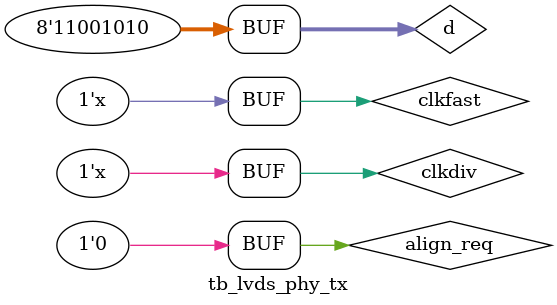
<source format=v>
`timescale 1ns / 1ps


module tb_lvds_phy_tx(

    );

parameter C_DEVICE    = "KUP" ;
parameter C_DATA_RATE = "SDR" ;
parameter C_LANE_NUM  = 2 ;
parameter C_DATA_WIDTH_PER_LANE = 4 ;


reg [7:0] d;
reg clkfast;
reg clkdiv;
reg align_req;

wire [C_LANE_NUM-1:0] LVDS_DATA_P;
wire [C_LANE_NUM-1:0] LVDS_DATA_N;

wire [C_LANE_NUM-1:0] BIT_ALIGN_O  ;
wire [C_LANE_NUM-1:0] BYTE_ALIGN_O ;



lvds_phy_tx  
    #(.C_DEVICE              (C_DEVICE     ),//"KU" "KUP" "A7" "K7"
      .C_DATA_RATE           (C_DATA_RATE          ),//"SDR" "DDR"
      .C_LANE_NUM            (C_LANE_NUM           ),
      .C_DATA_WIDTH_PER_LANE (C_DATA_WIDTH_PER_LANE)  )// 【单线位宽】 注意，要根据上表配置，不一定和用户认为的位宽一致  --   用户位宽
    lvds_phy_tx_u(
    .D           (8'b10011010      ),
    .CLKFAST_I   (clkfast ),
    .CLKDIV_I    (clkdiv  ), 
    .LVDS_DATA_P (LVDS_DATA_P  ),
    .LVDS_DATA_N (LVDS_DATA_N  ),
    .LVDS_CLK_P  (LVDS_CLK_P   ),
    .LVDS_CLK_N  (LVDS_CLK_N   )
    
    );   
wire [3:0] LVDS_DATA_O;

lvds_phy_rx  
    #(.C_DEVICE              (C_DEVICE ),//"KU" "KUP" "A7" "K7"
      .C_DATA_RATE           (C_DATA_RATE          ),//"SDR" "DDR"
      .C_LANE_NUM            (C_LANE_NUM           ),
      .C_DATA_WIDTH_PER_LANE (C_DATA_WIDTH_PER_LANE)  )// 【单线位宽】 注意，要根据上表配置，不一定和用户认为的位宽一致  --   用户位宽
    lvds_phy_rx_u(
    .LVDS_DATA_P   (LVDS_DATA_P  ),
    .LVDS_DATA_N   (LVDS_DATA_N  ),
    .CLKFAST_I     (clkfast),
    .CLKDIV_I      (clkdiv),//div 4
    .CLKDIV_RST_I  (0),//~CLKDIV_I
    .COMP_VAL_I    (8'b01010101),
    .LVDS_DATA_O   (LVDS_DATA_O   ),//~CLKDIV_I
    .BIT_ALIGN_O   (BIT_ALIGN_O   ),//~CLKDIV_I
    .BYTE_ALIGN_O  (BYTE_ALIGN_O  ),  //~CLKDIV_I
    .INIT_REQ_I    (align_req)

);
    




always #2.5 clkfast = ~clkfast;
always #10  clkdiv  = ~clkdiv ;

initial begin
    d = 8'b11001010;
    align_req = 0 ;
    clkfast = 1;
    clkdiv  = 1;
    
    #500;
    d = 8'b11001010;
    
    #500;
    d = 8'b11001010;
    
    #500;
    align_req= 1;
    #20;
    align_req = 0;
    
    
    #1000;
    d = 8'b11001010;


end

 
    
endmodule

</source>
